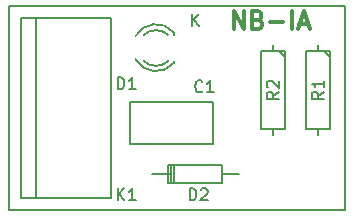
<source format=gbr>
G04 #@! TF.FileFunction,Legend,Top*
%FSLAX46Y46*%
G04 Gerber Fmt 4.6, Leading zero omitted, Abs format (unit mm)*
G04 Created by KiCad (PCBNEW 4.0.2-stable) date 07/05/2016 12:43:24*
%MOMM*%
G01*
G04 APERTURE LIST*
%ADD10C,0.100000*%
%ADD11C,0.300000*%
%ADD12C,0.150000*%
G04 APERTURE END LIST*
D10*
D11*
X151324857Y-94404571D02*
X151324857Y-92904571D01*
X152182000Y-94404571D01*
X152182000Y-92904571D01*
X153396286Y-93618857D02*
X153610572Y-93690286D01*
X153682000Y-93761714D01*
X153753429Y-93904571D01*
X153753429Y-94118857D01*
X153682000Y-94261714D01*
X153610572Y-94333143D01*
X153467714Y-94404571D01*
X152896286Y-94404571D01*
X152896286Y-92904571D01*
X153396286Y-92904571D01*
X153539143Y-92976000D01*
X153610572Y-93047429D01*
X153682000Y-93190286D01*
X153682000Y-93333143D01*
X153610572Y-93476000D01*
X153539143Y-93547429D01*
X153396286Y-93618857D01*
X152896286Y-93618857D01*
X154396286Y-93833143D02*
X155539143Y-93833143D01*
X156253429Y-94404571D02*
X156253429Y-92904571D01*
X156896286Y-93976000D02*
X157610572Y-93976000D01*
X156753429Y-94404571D02*
X157253429Y-92904571D01*
X157753429Y-94404571D01*
D12*
X160782000Y-92456000D02*
X155194000Y-92456000D01*
X160782000Y-109728000D02*
X160782000Y-92456000D01*
X155194000Y-109728000D02*
X160782000Y-109728000D01*
X132334000Y-92456000D02*
X133350000Y-92456000D01*
X132334000Y-109728000D02*
X132334000Y-92456000D01*
X155194000Y-109728000D02*
X132334000Y-109728000D01*
X133350000Y-92456000D02*
X155194000Y-92456000D01*
X149590000Y-104112000D02*
X142590000Y-104112000D01*
X142590000Y-104112000D02*
X142590000Y-100612000D01*
X142590000Y-100612000D02*
X149590000Y-100612000D01*
X149590000Y-100612000D02*
X149590000Y-104112000D01*
X146249000Y-94698000D02*
X146249000Y-94898000D01*
X146249000Y-97292000D02*
X146249000Y-97112000D01*
X143021256Y-96981643D02*
G75*
G03X146249000Y-97298000I1727744J1003643D01*
G01*
X143696994Y-97111068D02*
G75*
G03X145800000Y-97112000I1052006J1133068D01*
G01*
X146236220Y-94671274D02*
G75*
G03X142999000Y-95018000I-1497220J-1306726D01*
G01*
X145762889Y-94898747D02*
G75*
G03X143715000Y-94918000I-1013889J-1079253D01*
G01*
X150368520Y-106677460D02*
X151765520Y-106677460D01*
X145923520Y-106677460D02*
X144399520Y-106677460D01*
X146304520Y-105915460D02*
X146304520Y-107439460D01*
X146050520Y-105915460D02*
X146050520Y-107439460D01*
X145796520Y-106677460D02*
X145796520Y-107439460D01*
X145796520Y-107439460D02*
X150368520Y-107439460D01*
X150368520Y-107439460D02*
X150368520Y-105915460D01*
X150368520Y-105915460D02*
X145796520Y-105915460D01*
X145796520Y-105915460D02*
X145796520Y-106677460D01*
X133350000Y-93472000D02*
X140970000Y-93472000D01*
X133350000Y-108712000D02*
X140970000Y-108712000D01*
X134620000Y-93472000D02*
X134620000Y-108712000D01*
X140970000Y-93472000D02*
X140970000Y-108712000D01*
X133350000Y-93472000D02*
X133350000Y-108712000D01*
X158496000Y-95758000D02*
X158496000Y-96266000D01*
X158496000Y-103378000D02*
X158496000Y-102870000D01*
X158496000Y-102870000D02*
X159512000Y-102870000D01*
X159512000Y-102870000D02*
X159512000Y-96266000D01*
X159512000Y-96266000D02*
X157480000Y-96266000D01*
X157480000Y-96266000D02*
X157480000Y-102870000D01*
X157480000Y-102870000D02*
X158496000Y-102870000D01*
X159004000Y-96266000D02*
X159512000Y-96774000D01*
X154686000Y-95758000D02*
X154686000Y-96266000D01*
X154686000Y-103378000D02*
X154686000Y-102870000D01*
X154686000Y-102870000D02*
X155702000Y-102870000D01*
X155702000Y-102870000D02*
X155702000Y-96266000D01*
X155702000Y-96266000D02*
X153670000Y-96266000D01*
X153670000Y-96266000D02*
X153670000Y-102870000D01*
X153670000Y-102870000D02*
X154686000Y-102870000D01*
X155194000Y-96266000D02*
X155702000Y-96774000D01*
X148677334Y-99671143D02*
X148629715Y-99718762D01*
X148486858Y-99766381D01*
X148391620Y-99766381D01*
X148248762Y-99718762D01*
X148153524Y-99623524D01*
X148105905Y-99528286D01*
X148058286Y-99337810D01*
X148058286Y-99194952D01*
X148105905Y-99004476D01*
X148153524Y-98909238D01*
X148248762Y-98814000D01*
X148391620Y-98766381D01*
X148486858Y-98766381D01*
X148629715Y-98814000D01*
X148677334Y-98861619D01*
X149629715Y-99766381D02*
X149058286Y-99766381D01*
X149344000Y-99766381D02*
X149344000Y-98766381D01*
X149248762Y-98909238D01*
X149153524Y-99004476D01*
X149058286Y-99052095D01*
X141501905Y-99512381D02*
X141501905Y-98512381D01*
X141740000Y-98512381D01*
X141882858Y-98560000D01*
X141978096Y-98655238D01*
X142025715Y-98750476D01*
X142073334Y-98940952D01*
X142073334Y-99083810D01*
X142025715Y-99274286D01*
X141978096Y-99369524D01*
X141882858Y-99464762D01*
X141740000Y-99512381D01*
X141501905Y-99512381D01*
X143025715Y-99512381D02*
X142454286Y-99512381D01*
X142740000Y-99512381D02*
X142740000Y-98512381D01*
X142644762Y-98655238D01*
X142549524Y-98750476D01*
X142454286Y-98798095D01*
X147820095Y-94178381D02*
X147820095Y-93178381D01*
X148391524Y-94178381D02*
X147962952Y-93606952D01*
X148391524Y-93178381D02*
X147820095Y-93749810D01*
X147597905Y-108910381D02*
X147597905Y-107910381D01*
X147836000Y-107910381D01*
X147978858Y-107958000D01*
X148074096Y-108053238D01*
X148121715Y-108148476D01*
X148169334Y-108338952D01*
X148169334Y-108481810D01*
X148121715Y-108672286D01*
X148074096Y-108767524D01*
X147978858Y-108862762D01*
X147836000Y-108910381D01*
X147597905Y-108910381D01*
X148550286Y-108005619D02*
X148597905Y-107958000D01*
X148693143Y-107910381D01*
X148931239Y-107910381D01*
X149026477Y-107958000D01*
X149074096Y-108005619D01*
X149121715Y-108100857D01*
X149121715Y-108196095D01*
X149074096Y-108338952D01*
X148502667Y-108910381D01*
X149121715Y-108910381D01*
X141501905Y-108910381D02*
X141501905Y-107910381D01*
X142073334Y-108910381D02*
X141644762Y-108338952D01*
X142073334Y-107910381D02*
X141501905Y-108481810D01*
X143025715Y-108910381D02*
X142454286Y-108910381D01*
X142740000Y-108910381D02*
X142740000Y-107910381D01*
X142644762Y-108053238D01*
X142549524Y-108148476D01*
X142454286Y-108196095D01*
X158948381Y-99734666D02*
X158472190Y-100068000D01*
X158948381Y-100306095D02*
X157948381Y-100306095D01*
X157948381Y-99925142D01*
X157996000Y-99829904D01*
X158043619Y-99782285D01*
X158138857Y-99734666D01*
X158281714Y-99734666D01*
X158376952Y-99782285D01*
X158424571Y-99829904D01*
X158472190Y-99925142D01*
X158472190Y-100306095D01*
X158948381Y-98782285D02*
X158948381Y-99353714D01*
X158948381Y-99068000D02*
X157948381Y-99068000D01*
X158091238Y-99163238D01*
X158186476Y-99258476D01*
X158234095Y-99353714D01*
X155138381Y-99734666D02*
X154662190Y-100068000D01*
X155138381Y-100306095D02*
X154138381Y-100306095D01*
X154138381Y-99925142D01*
X154186000Y-99829904D01*
X154233619Y-99782285D01*
X154328857Y-99734666D01*
X154471714Y-99734666D01*
X154566952Y-99782285D01*
X154614571Y-99829904D01*
X154662190Y-99925142D01*
X154662190Y-100306095D01*
X154233619Y-99353714D02*
X154186000Y-99306095D01*
X154138381Y-99210857D01*
X154138381Y-98972761D01*
X154186000Y-98877523D01*
X154233619Y-98829904D01*
X154328857Y-98782285D01*
X154424095Y-98782285D01*
X154566952Y-98829904D01*
X155138381Y-99401333D01*
X155138381Y-98782285D01*
M02*

</source>
